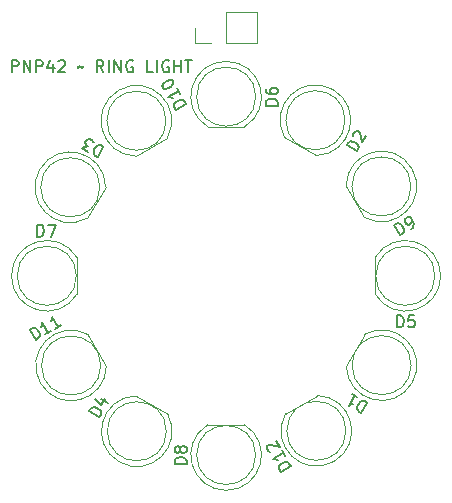
<source format=gto>
%TF.GenerationSoftware,KiCad,Pcbnew,(6.0.1-0)*%
%TF.CreationDate,2022-03-28T18:36:01+02:00*%
%TF.ProjectId,Ring_Light_PCB,52696e67-5f4c-4696-9768-745f5043422e,1.0*%
%TF.SameCoordinates,Original*%
%TF.FileFunction,Legend,Top*%
%TF.FilePolarity,Positive*%
%FSLAX46Y46*%
G04 Gerber Fmt 4.6, Leading zero omitted, Abs format (unit mm)*
G04 Created by KiCad (PCBNEW (6.0.1-0)) date 2022-03-28 18:36:01*
%MOMM*%
%LPD*%
G01*
G04 APERTURE LIST*
G04 Aperture macros list*
%AMRotRect*
0 Rectangle, with rotation*
0 The origin of the aperture is its center*
0 $1 length*
0 $2 width*
0 $3 Rotation angle, in degrees counterclockwise*
0 Add horizontal line*
21,1,$1,$2,0,0,$3*%
G04 Aperture macros list end*
%ADD10C,0.150000*%
%ADD11C,0.120000*%
%ADD12R,1.700000X1.700000*%
%ADD13O,1.700000X1.700000*%
%ADD14RotRect,1.800000X1.800000X210.000000*%
%ADD15C,1.800000*%
%ADD16C,2.200000*%
%ADD17RotRect,1.800000X1.800000X330.000000*%
%ADD18RotRect,1.800000X1.800000X240.000000*%
%ADD19RotRect,1.800000X1.800000X300.000000*%
%ADD20R,1.800000X1.800000*%
%ADD21RotRect,1.800000X1.800000X120.000000*%
%ADD22RotRect,1.800000X1.800000X150.000000*%
%ADD23RotRect,1.800000X1.800000X60.000000*%
%ADD24RotRect,1.800000X1.800000X30.000000*%
G04 APERTURE END LIST*
D10*
X112852380Y-71752380D02*
X112852380Y-70752380D01*
X113233333Y-70752380D01*
X113328571Y-70800000D01*
X113376190Y-70847619D01*
X113423809Y-70942857D01*
X113423809Y-71085714D01*
X113376190Y-71180952D01*
X113328571Y-71228571D01*
X113233333Y-71276190D01*
X112852380Y-71276190D01*
X113852380Y-71752380D02*
X113852380Y-70752380D01*
X114423809Y-71752380D01*
X114423809Y-70752380D01*
X114900000Y-71752380D02*
X114900000Y-70752380D01*
X115280952Y-70752380D01*
X115376190Y-70800000D01*
X115423809Y-70847619D01*
X115471428Y-70942857D01*
X115471428Y-71085714D01*
X115423809Y-71180952D01*
X115376190Y-71228571D01*
X115280952Y-71276190D01*
X114900000Y-71276190D01*
X116328571Y-71085714D02*
X116328571Y-71752380D01*
X116090476Y-70704761D02*
X115852380Y-71419047D01*
X116471428Y-71419047D01*
X116804761Y-70847619D02*
X116852380Y-70800000D01*
X116947619Y-70752380D01*
X117185714Y-70752380D01*
X117280952Y-70800000D01*
X117328571Y-70847619D01*
X117376190Y-70942857D01*
X117376190Y-71038095D01*
X117328571Y-71180952D01*
X116757142Y-71752380D01*
X117376190Y-71752380D01*
X118423809Y-71371428D02*
X118471428Y-71323809D01*
X118566666Y-71276190D01*
X118757142Y-71371428D01*
X118852380Y-71323809D01*
X118900000Y-71276190D01*
X120614285Y-71752380D02*
X120280952Y-71276190D01*
X120042857Y-71752380D02*
X120042857Y-70752380D01*
X120423809Y-70752380D01*
X120519047Y-70800000D01*
X120566666Y-70847619D01*
X120614285Y-70942857D01*
X120614285Y-71085714D01*
X120566666Y-71180952D01*
X120519047Y-71228571D01*
X120423809Y-71276190D01*
X120042857Y-71276190D01*
X121042857Y-71752380D02*
X121042857Y-70752380D01*
X121519047Y-71752380D02*
X121519047Y-70752380D01*
X122090476Y-71752380D01*
X122090476Y-70752380D01*
X123090476Y-70800000D02*
X122995238Y-70752380D01*
X122852380Y-70752380D01*
X122709523Y-70800000D01*
X122614285Y-70895238D01*
X122566666Y-70990476D01*
X122519047Y-71180952D01*
X122519047Y-71323809D01*
X122566666Y-71514285D01*
X122614285Y-71609523D01*
X122709523Y-71704761D01*
X122852380Y-71752380D01*
X122947619Y-71752380D01*
X123090476Y-71704761D01*
X123138095Y-71657142D01*
X123138095Y-71323809D01*
X122947619Y-71323809D01*
X124804761Y-71752380D02*
X124328571Y-71752380D01*
X124328571Y-70752380D01*
X125138095Y-71752380D02*
X125138095Y-70752380D01*
X126138095Y-70800000D02*
X126042857Y-70752380D01*
X125900000Y-70752380D01*
X125757142Y-70800000D01*
X125661904Y-70895238D01*
X125614285Y-70990476D01*
X125566666Y-71180952D01*
X125566666Y-71323809D01*
X125614285Y-71514285D01*
X125661904Y-71609523D01*
X125757142Y-71704761D01*
X125900000Y-71752380D01*
X125995238Y-71752380D01*
X126138095Y-71704761D01*
X126185714Y-71657142D01*
X126185714Y-71323809D01*
X125995238Y-71323809D01*
X126614285Y-71752380D02*
X126614285Y-70752380D01*
X126614285Y-71228571D02*
X127185714Y-71228571D01*
X127185714Y-71752380D02*
X127185714Y-70752380D01*
X127519047Y-70752380D02*
X128090476Y-70752380D01*
X127804761Y-71752380D02*
X127804761Y-70752380D01*
%TO.C,D11*%
X114874588Y-94423916D02*
X114374588Y-93557890D01*
X114580784Y-93438843D01*
X114728312Y-93408653D01*
X114858409Y-93443513D01*
X114947268Y-93502182D01*
X115083745Y-93643330D01*
X115155174Y-93767048D01*
X115209172Y-93955814D01*
X115215552Y-94062103D01*
X115180693Y-94192200D01*
X115080784Y-94304868D01*
X114874588Y-94423916D01*
X116194245Y-93662011D02*
X115699374Y-93947725D01*
X115946810Y-93804868D02*
X115446810Y-92938843D01*
X115435760Y-93110180D01*
X115400900Y-93240277D01*
X115342231Y-93329136D01*
X117019032Y-93185821D02*
X116524160Y-93471535D01*
X116771596Y-93328678D02*
X116271596Y-92462652D01*
X116260546Y-92633989D01*
X116225686Y-92764087D01*
X116167017Y-92852945D01*
%TO.C,D1*%
X142940399Y-99752274D02*
X142440399Y-100618299D01*
X142234203Y-100499252D01*
X142134294Y-100386584D01*
X142099435Y-100256486D01*
X142105814Y-100150198D01*
X142159813Y-99961431D01*
X142231242Y-99837713D01*
X142367719Y-99696565D01*
X142456578Y-99637896D01*
X142586675Y-99603037D01*
X142734203Y-99633226D01*
X142940399Y-99752274D01*
X141620741Y-98990369D02*
X142115613Y-99276083D01*
X141868177Y-99133226D02*
X141368177Y-99999252D01*
X141522084Y-99923153D01*
X141652182Y-99888293D01*
X141758470Y-99894673D01*
%TO.C,D4*%
X120247725Y-100965399D02*
X119381700Y-100465399D01*
X119500747Y-100259203D01*
X119613415Y-100159294D01*
X119743513Y-100124435D01*
X119849801Y-100130814D01*
X120038568Y-100184813D01*
X120162286Y-100256242D01*
X120303434Y-100392719D01*
X120362103Y-100481578D01*
X120396962Y-100611675D01*
X120366773Y-100759203D01*
X120247725Y-100965399D01*
X120384661Y-99394887D02*
X120962011Y-99728220D01*
X119935699Y-99410607D02*
X120435241Y-99973946D01*
X120744764Y-99437835D01*
%TO.C,D12*%
X136473916Y-105100411D02*
X135607890Y-105600411D01*
X135488843Y-105394215D01*
X135458653Y-105246687D01*
X135493513Y-105116590D01*
X135552182Y-105027731D01*
X135693330Y-104891254D01*
X135817048Y-104819825D01*
X136005814Y-104765827D01*
X136112103Y-104759447D01*
X136242200Y-104794306D01*
X136354868Y-104894215D01*
X136473916Y-105100411D01*
X135712011Y-103780754D02*
X135997725Y-104275625D01*
X135854868Y-104028189D02*
X134988843Y-104528189D01*
X135160180Y-104539239D01*
X135290277Y-104574099D01*
X135379136Y-104632768D01*
X134737988Y-103903220D02*
X134672939Y-103885790D01*
X134584081Y-103827121D01*
X134465033Y-103620925D01*
X134458653Y-103514637D01*
X134476083Y-103449588D01*
X134534752Y-103360729D01*
X134617231Y-103313110D01*
X134764758Y-103282921D01*
X135545344Y-103492078D01*
X135235821Y-102955967D01*
%TO.C,D5*%
X145461904Y-93352380D02*
X145461904Y-92352380D01*
X145700000Y-92352380D01*
X145842857Y-92400000D01*
X145938095Y-92495238D01*
X145985714Y-92590476D01*
X146033333Y-92780952D01*
X146033333Y-92923809D01*
X145985714Y-93114285D01*
X145938095Y-93209523D01*
X145842857Y-93304761D01*
X145700000Y-93352380D01*
X145461904Y-93352380D01*
X146938095Y-92352380D02*
X146461904Y-92352380D01*
X146414285Y-92828571D01*
X146461904Y-92780952D01*
X146557142Y-92733333D01*
X146795238Y-92733333D01*
X146890476Y-92780952D01*
X146938095Y-92828571D01*
X146985714Y-92923809D01*
X146985714Y-93161904D01*
X146938095Y-93257142D01*
X146890476Y-93304761D01*
X146795238Y-93352380D01*
X146557142Y-93352380D01*
X146461904Y-93304761D01*
X146414285Y-93257142D01*
%TO.C,D8*%
X127652380Y-104938095D02*
X126652380Y-104938095D01*
X126652380Y-104700000D01*
X126700000Y-104557142D01*
X126795238Y-104461904D01*
X126890476Y-104414285D01*
X127080952Y-104366666D01*
X127223809Y-104366666D01*
X127414285Y-104414285D01*
X127509523Y-104461904D01*
X127604761Y-104557142D01*
X127652380Y-104700000D01*
X127652380Y-104938095D01*
X127080952Y-103795238D02*
X127033333Y-103890476D01*
X126985714Y-103938095D01*
X126890476Y-103985714D01*
X126842857Y-103985714D01*
X126747619Y-103938095D01*
X126700000Y-103890476D01*
X126652380Y-103795238D01*
X126652380Y-103604761D01*
X126700000Y-103509523D01*
X126747619Y-103461904D01*
X126842857Y-103414285D01*
X126890476Y-103414285D01*
X126985714Y-103461904D01*
X127033333Y-103509523D01*
X127080952Y-103604761D01*
X127080952Y-103795238D01*
X127128571Y-103890476D01*
X127176190Y-103938095D01*
X127271428Y-103985714D01*
X127461904Y-103985714D01*
X127557142Y-103938095D01*
X127604761Y-103890476D01*
X127652380Y-103795238D01*
X127652380Y-103604761D01*
X127604761Y-103509523D01*
X127557142Y-103461904D01*
X127461904Y-103414285D01*
X127271428Y-103414285D01*
X127176190Y-103461904D01*
X127128571Y-103509523D01*
X127080952Y-103604761D01*
%TO.C,D10*%
X127598916Y-74450411D02*
X126732890Y-74950411D01*
X126613843Y-74744215D01*
X126583653Y-74596687D01*
X126618513Y-74466590D01*
X126677182Y-74377731D01*
X126818330Y-74241254D01*
X126942048Y-74169825D01*
X127130814Y-74115827D01*
X127237103Y-74109447D01*
X127367200Y-74144306D01*
X127479868Y-74244215D01*
X127598916Y-74450411D01*
X126837011Y-73130754D02*
X127122725Y-73625625D01*
X126979868Y-73378189D02*
X126113843Y-73878189D01*
X126285180Y-73889239D01*
X126415277Y-73924099D01*
X126504136Y-73982768D01*
X125661462Y-73094643D02*
X125613843Y-73012164D01*
X125607463Y-72905876D01*
X125624893Y-72840827D01*
X125683562Y-72751969D01*
X125824710Y-72615491D01*
X126030906Y-72496444D01*
X126219673Y-72442445D01*
X126325961Y-72436065D01*
X126391010Y-72453495D01*
X126479868Y-72512164D01*
X126527487Y-72594643D01*
X126533867Y-72700931D01*
X126516437Y-72765980D01*
X126457768Y-72854838D01*
X126316620Y-72991315D01*
X126110424Y-73110363D01*
X125921657Y-73164362D01*
X125815369Y-73170741D01*
X125750320Y-73153312D01*
X125661462Y-73094643D01*
%TO.C,D6*%
X135352380Y-74588095D02*
X134352380Y-74588095D01*
X134352380Y-74350000D01*
X134400000Y-74207142D01*
X134495238Y-74111904D01*
X134590476Y-74064285D01*
X134780952Y-74016666D01*
X134923809Y-74016666D01*
X135114285Y-74064285D01*
X135209523Y-74111904D01*
X135304761Y-74207142D01*
X135352380Y-74350000D01*
X135352380Y-74588095D01*
X134352380Y-73159523D02*
X134352380Y-73350000D01*
X134400000Y-73445238D01*
X134447619Y-73492857D01*
X134590476Y-73588095D01*
X134780952Y-73635714D01*
X135161904Y-73635714D01*
X135257142Y-73588095D01*
X135304761Y-73540476D01*
X135352380Y-73445238D01*
X135352380Y-73254761D01*
X135304761Y-73159523D01*
X135257142Y-73111904D01*
X135161904Y-73064285D01*
X134923809Y-73064285D01*
X134828571Y-73111904D01*
X134780952Y-73159523D01*
X134733333Y-73254761D01*
X134733333Y-73445238D01*
X134780952Y-73540476D01*
X134828571Y-73588095D01*
X134923809Y-73635714D01*
%TO.C,D3*%
X120615400Y-78077274D02*
X120115400Y-78943299D01*
X119909204Y-78824252D01*
X119809295Y-78711584D01*
X119774436Y-78581486D01*
X119780815Y-78475198D01*
X119834814Y-78286431D01*
X119906243Y-78162713D01*
X120042720Y-78021565D01*
X120131579Y-77962896D01*
X120261676Y-77928037D01*
X120409204Y-77958226D01*
X120615400Y-78077274D01*
X119331853Y-78490918D02*
X118795742Y-78181394D01*
X119274894Y-78018147D01*
X119151176Y-77946718D01*
X119092507Y-77857860D01*
X119075077Y-77792811D01*
X119081457Y-77686523D01*
X119200504Y-77480326D01*
X119289363Y-77421657D01*
X119354412Y-77404227D01*
X119460700Y-77410607D01*
X119708135Y-77553464D01*
X119766805Y-77642323D01*
X119784234Y-77707371D01*
%TO.C,D2*%
X142072725Y-78465399D02*
X141206700Y-77965399D01*
X141325747Y-77759203D01*
X141438415Y-77659294D01*
X141568513Y-77624435D01*
X141674801Y-77630814D01*
X141863568Y-77684813D01*
X141987286Y-77756242D01*
X142128434Y-77892719D01*
X142187103Y-77981578D01*
X142221962Y-78111675D01*
X142191773Y-78259203D01*
X142072725Y-78465399D01*
X141765369Y-77188232D02*
X141747939Y-77123183D01*
X141754319Y-77016895D01*
X141873367Y-76810699D01*
X141962225Y-76752030D01*
X142027274Y-76734600D01*
X142133562Y-76740980D01*
X142216040Y-76788599D01*
X142315949Y-76901266D01*
X142525106Y-77681852D01*
X142834630Y-77145741D01*
%TO.C,D9*%
X145711981Y-85560821D02*
X145211981Y-84694795D01*
X145418177Y-84575747D01*
X145565705Y-84545558D01*
X145695802Y-84580418D01*
X145784661Y-84639087D01*
X145921138Y-84780235D01*
X145992567Y-84903952D01*
X146046565Y-85092719D01*
X146052945Y-85199007D01*
X146018086Y-85329105D01*
X145918177Y-85441773D01*
X145711981Y-85560821D01*
X146619245Y-85037011D02*
X146784203Y-84941773D01*
X146842872Y-84852915D01*
X146860302Y-84787866D01*
X146871352Y-84616529D01*
X146817353Y-84427762D01*
X146626877Y-84097848D01*
X146538018Y-84039178D01*
X146472969Y-84021749D01*
X146366681Y-84028128D01*
X146201724Y-84123367D01*
X146143055Y-84212225D01*
X146125625Y-84277274D01*
X146132005Y-84383562D01*
X146251053Y-84589758D01*
X146339911Y-84648427D01*
X146404960Y-84665857D01*
X146511248Y-84659478D01*
X146676205Y-84564239D01*
X146734874Y-84475381D01*
X146752304Y-84410332D01*
X146745924Y-84304044D01*
%TO.C,D7*%
X115011904Y-85677380D02*
X115011904Y-84677380D01*
X115250000Y-84677380D01*
X115392857Y-84725000D01*
X115488095Y-84820238D01*
X115535714Y-84915476D01*
X115583333Y-85105952D01*
X115583333Y-85248809D01*
X115535714Y-85439285D01*
X115488095Y-85534523D01*
X115392857Y-85629761D01*
X115250000Y-85677380D01*
X115011904Y-85677380D01*
X115916666Y-84677380D02*
X116583333Y-84677380D01*
X116154761Y-85677380D01*
D11*
%TO.C,J1*%
X128395000Y-69330000D02*
X128395000Y-68000000D01*
X129725000Y-69330000D02*
X128395000Y-69330000D01*
X133595000Y-69330000D02*
X133595000Y-66670000D01*
X130995000Y-66670000D02*
X133595000Y-66670000D01*
X130995000Y-69330000D02*
X130995000Y-66670000D01*
X130995000Y-69330000D02*
X133595000Y-69330000D01*
%TO.C,D11*%
X120859673Y-96653009D02*
X119314673Y-93976991D01*
X119314758Y-93977138D02*
G75*
G03*
X115280963Y-98090400I-1444610J-2617862D01*
G01*
X115280501Y-98089600D02*
G75*
G03*
X120859588Y-96652862I2589647J1494600D01*
G01*
X120370148Y-96595000D02*
G75*
G03*
X120370148Y-96595000I-2500000J0D01*
G01*
%TO.C,D1*%
X142715327Y-93946991D02*
X141170327Y-96623009D01*
X146749037Y-98060400D02*
G75*
G03*
X142715242Y-93947138I-2589185J1495400D01*
G01*
X141170412Y-96622862D02*
G75*
G03*
X146749499Y-98059600I2989440J57862D01*
G01*
X146659852Y-96565000D02*
G75*
G03*
X146659852Y-96565000I-2500000J0D01*
G01*
%TO.C,D4*%
X126053009Y-100715327D02*
X123376991Y-99170327D01*
X121939600Y-104749037D02*
G75*
G03*
X126052862Y-100715242I1495400J2589185D01*
G01*
X123377138Y-99170412D02*
G75*
G03*
X121940400Y-104749499I57862J-2989440D01*
G01*
X125935000Y-102159852D02*
G75*
G03*
X125935000Y-102159852I-2500000J0D01*
G01*
%TO.C,D12*%
X138695509Y-99136145D02*
X136019491Y-100681145D01*
X140132100Y-104715317D02*
G75*
G03*
X138695362Y-99136230I-1494600J2589647D01*
G01*
X136019638Y-100681060D02*
G75*
G03*
X140132900Y-104714855I2617862J-1444610D01*
G01*
X141137500Y-102125670D02*
G75*
G03*
X141137500Y-102125670I-2500000J0D01*
G01*
%TO.C,D5*%
X143610000Y-87455000D02*
X143610000Y-90545000D01*
X143610000Y-90544830D02*
G75*
G03*
X149160000Y-88999538I2560000J1544830D01*
G01*
X149160000Y-89000462D02*
G75*
G03*
X143610000Y-87455170I-2990000J462D01*
G01*
X148670000Y-89000000D02*
G75*
G03*
X148670000Y-89000000I-2500000J0D01*
G01*
%TO.C,D8*%
X132545000Y-101610000D02*
X129455000Y-101610000D01*
X130999538Y-107160000D02*
G75*
G03*
X132544830Y-101610000I462J2990000D01*
G01*
X129455170Y-101610000D02*
G75*
G03*
X131000462Y-107160000I1544830J-2560000D01*
G01*
X133500000Y-104170000D02*
G75*
G03*
X133500000Y-104170000I-2500000J0D01*
G01*
%TO.C,D10*%
X123344491Y-78863855D02*
X126020509Y-77318855D01*
X126020362Y-77318940D02*
G75*
G03*
X121907100Y-73285145I-2617862J1444610D01*
G01*
X121907900Y-73284683D02*
G75*
G03*
X123344638Y-78863770I1494600J-2589647D01*
G01*
X125902500Y-75874330D02*
G75*
G03*
X125902500Y-75874330I-2500000J0D01*
G01*
%TO.C,D6*%
X129455000Y-76390000D02*
X132545000Y-76390000D01*
X132544830Y-76390000D02*
G75*
G03*
X130999538Y-70840000I-1544830J2560000D01*
G01*
X131000462Y-70840000D02*
G75*
G03*
X129455170Y-76390000I-462J-2990000D01*
G01*
X133500000Y-73830000D02*
G75*
G03*
X133500000Y-73830000I-2500000J0D01*
G01*
%TO.C,D3*%
X119244673Y-84123009D02*
X120789673Y-81446991D01*
X115210963Y-80009600D02*
G75*
G03*
X119244758Y-84122862I2589185J-1495400D01*
G01*
X120789588Y-81447138D02*
G75*
G03*
X115210501Y-80010400I-2989440J-57862D01*
G01*
X120300148Y-81505000D02*
G75*
G03*
X120300148Y-81505000I-2500000J0D01*
G01*
%TO.C,D2*%
X135939491Y-77268855D02*
X138615509Y-78813855D01*
X140052900Y-73235145D02*
G75*
G03*
X135939638Y-77268940I-1495400J-2589185D01*
G01*
X138615362Y-78813770D02*
G75*
G03*
X140052100Y-73234683I-57862J2989440D01*
G01*
X141057500Y-75824330D02*
G75*
G03*
X141057500Y-75824330I-2500000J0D01*
G01*
%TO.C,D9*%
X141156145Y-81374491D02*
X142701145Y-84050509D01*
X146735317Y-79937900D02*
G75*
G03*
X141156230Y-81374638I-2589647J-1494600D01*
G01*
X142701060Y-84050362D02*
G75*
G03*
X146734855Y-79937100I1444610J2617862D01*
G01*
X146645670Y-81432500D02*
G75*
G03*
X146645670Y-81432500I-2500000J0D01*
G01*
%TO.C,D7*%
X118375000Y-90545000D02*
X118375000Y-87455000D01*
X118375000Y-87455170D02*
G75*
G03*
X112825000Y-89000462I-2560000J-1544830D01*
G01*
X112825000Y-88999538D02*
G75*
G03*
X118375000Y-90544830I2990000J-462D01*
G01*
X118315000Y-89000000D02*
G75*
G03*
X118315000Y-89000000I-2500000J0D01*
G01*
%TD*%
%LPC*%
D12*
%TO.C,J1*%
X129725000Y-68000000D03*
D13*
X132265000Y-68000000D03*
%TD*%
D14*
%TO.C,D11*%
X118970000Y-95960000D03*
D15*
X116770295Y-97230000D03*
%TD*%
D16*
%TO.C,REF\u002A\u002A*%
X117000000Y-103000000D03*
%TD*%
D17*
%TO.C,D1*%
X143060000Y-95930000D03*
D15*
X145259705Y-97200000D03*
%TD*%
D18*
%TO.C,D4*%
X124070000Y-101060000D03*
D15*
X122800000Y-103259705D03*
%TD*%
D16*
%TO.C,REF\u002A\u002A*%
X145000000Y-103000000D03*
%TD*%
%TO.C,REF\u002A\u002A*%
X145000000Y-75000000D03*
%TD*%
D19*
%TO.C,D12*%
X138002500Y-101025818D03*
D15*
X139272500Y-103225523D03*
%TD*%
D20*
%TO.C,D5*%
X144900000Y-89000000D03*
D15*
X147440000Y-89000000D03*
%TD*%
D20*
%TO.C,D8*%
X131000000Y-102900000D03*
D15*
X131000000Y-105440000D03*
%TD*%
D21*
%TO.C,D10*%
X124037500Y-76974182D03*
D15*
X122767500Y-74774477D03*
%TD*%
D20*
%TO.C,D6*%
X131000000Y-75100000D03*
D15*
X131000000Y-72560000D03*
%TD*%
D22*
%TO.C,D3*%
X118900000Y-82140000D03*
D15*
X116700295Y-80870000D03*
%TD*%
D16*
%TO.C,REF\u002A\u002A*%
X117000000Y-75000000D03*
%TD*%
D23*
%TO.C,D2*%
X137922500Y-76924182D03*
D15*
X139192500Y-74724477D03*
%TD*%
D24*
%TO.C,D9*%
X143045818Y-82067500D03*
D15*
X145245523Y-80797500D03*
%TD*%
D20*
%TO.C,D7*%
X117085000Y-89000000D03*
D15*
X114545000Y-89000000D03*
%TD*%
M02*

</source>
